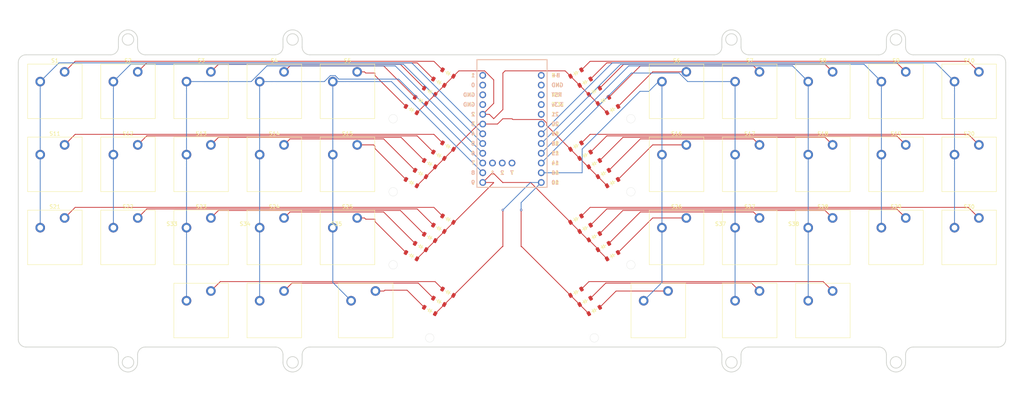
<source format=kicad_pcb>
(kicad_pcb (version 20240108) (generator "pcbnew") (generator_version "8.0")
  (layers (0 "F.Cu" signal) (31 "B.Cu" signal) (34 "B.Paste" user) (35 "F.Paste" user) (36 "B.SilkS" user "B.Silkscreen") (37 "F.SilkS" user "F.Silkscreen") (38 "B.Mask" user) (39 "F.Mask" user) (44 "Edge.Cuts" user))
  (net 0 "")
  (net 1 "Net-(D1-A)")
  (net 2 "Row 0")
  (net 3 "Net-(D2-A)")
  (net 4 "Net-(D3-A)")
  (net 5 "Net-(D4-A)")
  (net 6 "Net-(D5-A)")
  (net 7 "Net-(D6-A)")
  (net 8 "Net-(D7-A)")
  (net 9 "Net-(D8-A)")
  (net 10 "Net-(D9-A)")
  (net 11 "Net-(D10-A)")
  (net 12 "Row 1")
  (net 13 "Net-(D11-A)")
  (net 14 "Net-(D12-A)")
  (net 15 "Net-(D13-A)")
  (net 16 "Net-(D14-A)")
  (net 17 "Net-(D15-A)")
  (net 18 "Net-(D16-A)")
  (net 19 "Net-(D17-A)")
  (net 20 "Net-(D18-A)")
  (net 21 "Net-(D19-A)")
  (net 22 "Net-(D20-A)")
  (net 23 "Net-(D21-A)")
  (net 24 "Row 2")
  (net 25 "Net-(D22-A)")
  (net 26 "Net-(D23-A)")
  (net 27 "Net-(D24-A)")
  (net 28 "Net-(D25-A)")
  (net 29 "Net-(D26-A)")
  (net 30 "Net-(D27-A)")
  (net 31 "Net-(D28-A)")
  (net 32 "Net-(D29-A)")
  (net 33 "Net-(D30-A)")
  (net 34 "Net-(D33-A)")
  (net 35 "Row 3")
  (net 36 "Net-(D34-A)")
  (net 37 "Net-(D35-A)")
  (net 38 "Net-(D36-A)")
  (net 39 "Net-(D37-A)")
  (net 40 "Net-(D38-A)")
  (net 41 "Col 0")
  (net 42 "Col 1")
  (net 43 "Col 2")
  (net 44 "Col 3")
  (net 45 "Col 4")
  (net 46 "Col 5")
  (net 47 "Col 6")
  (net 48 "Col 7")
  (net 49 "Col 8")
  (net 50 "Col 9")
  (footprint "ScottoMX:MX_PCB_1.00u" (layer "F.Cu") (at 85.725 109.5375)
    (property "Reference" "S34")
    (property "Value" "Keyswitch")
  )
  (footprint "ScottoComponents:Diode_SOD-123" (layer "F.Cu") (at 126.20625 52.3875 150)
    (property "Reference" "D3" (hide yes))
    (property "Value" "Diode")
  )
  (footprint "ScottoComponents:Diode_SOD-123" (layer "F.Cu") (at 169.06875 52.3875 30)
    (property "Reference" "D8" (hide yes))
    (property "Value" "Diode")
  )
  (footprint "ScottoMX:MX_PCB_1.00u" (layer "F.Cu") (at 85.725 52.3875)
    (property "Reference" "S4")
    (property "Value" "Keyswitch")
  )
  (footprint "ScottoMX:MX_PCB_1.00u" (layer "F.Cu") (at 209.55 90.4875)
    (property "Reference" "S27")
    (property "Value" "Keyswitch")
  )
  (footprint "ScottoComponents:Diode_SOD-123" (layer "F.Cu") (at 128.5875 107.15625 150)
    (property "Reference" "D34" (hide yes))
    (property "Value" "Diode")
  )
  (footprint "ScottoMX:MX_PCB_1.50u" (layer "F.Cu") (at 185.7375 109.5375)
    (property "Reference" "S36" (hide yes))
    (property "Value" "Keyswitch")
  )
  (footprint "ScottoMX:MX_PCB_1.00u" (layer "F.Cu") (at 247.65 71.4375)
    (property "Reference" "S19")
    (property "Value" "Keyswitch")
  )
  (footprint "ScottoMX:MX_PCB_1.00u" (layer "F.Cu") (at 47.625 90.4875)
    (property "Reference" "S22")
    (property "Value" "Keyswitch")
  )
  (footprint "ScottoMX:MX_PCB_1.00u" (layer "F.Cu") (at 209.55 71.4375)
    (property "Reference" "S17")
    (property "Value" "Keyswitch")
  )
  (footprint "ScottoMX:MX_PCB_1.00u" (layer "F.Cu") (at 47.625 52.3875)
    (property "Reference" "S2")
    (property "Value" "Keyswitch")
  )
  (footprint "ScottoMX:MX_PCB_1.00u" (layer "F.Cu") (at 266.7 90.4875)
    (property "Reference" "S30")
    (property "Value" "Keyswitch")
  )
  (footprint "ScottoComponents:Diode_SOD-123" (layer "F.Cu") (at 171.45 54.76875 30)
    (property "Reference" "D7" (hide yes))
    (property "Value" "Diode")
  )
  (footprint "ScottoComponents:Diode_SOD-123" (layer "F.Cu") (at 164.30625 85.725 30)
    (property "Reference" "D30" (hide yes))
    (property "Value" "Diode")
  )
  (footprint "ScottoMX:MX_PCB_1.00u" (layer "F.Cu") (at 209.55 109.5375)
    (property "Reference" "S37")
    (property "Value" "Keyswitch")
  )
  (footprint "ScottoMX:MX_PCB_1.00u" (layer "F.Cu") (at 266.7 71.4375)
    (property "Reference" "S20")
    (property "Value" "Keyswitch")
  )
  (footprint "ScottoComponents:Diode_SOD-123" (layer "F.Cu") (at 128.5875 50.00625 150)
    (property "Reference" "D2" (hide yes))
    (property "Value" "Diode")
  )
  (footprint "ScottoComponents:Diode_SOD-123" (layer "F.Cu") (at 123.825 92.86875 150)
    (property "Reference" "D24" (hide yes))
    (property "Value" "Diode")
  )
  (footprint "ScottoComponents:Diode_SOD-123" (layer "F.Cu") (at 169.06875 109.5375 30)
    (property "Reference" "D36" (hide yes))
    (property "Value" "Diode")
  )
  (footprint "ScottoComponents:Diode_SOD-123" (layer "F.Cu") (at 126.20625 71.2475 150)
    (property "Reference" "D13" (hide yes))
    (property "Value" "Diode")
  )
  (footprint "ScottoMX:MX_PCB_1.00u" (layer "F.Cu") (at 85.725 71.4375)
    (property "Reference" "S14")
    (property "Value" "Keyswitch")
  )
  (footprint "ScottoMX:MX_PCB_1.00u" (layer "F.Cu") (at 228.6 90.4875)
    (property "Reference" "S28")
    (property "Value" "Keyswitch")
  )
  (footprint "ScottoMX:MX_PCB_1.00u" (layer "F.Cu") (at 104.775 52.3875)
    (property "Reference" "S5")
    (property "Value" "Keyswitch")
  )
  (footprint "ScottoComponents:Diode_SOD-123" (layer "F.Cu") (at 173.83125 95.25 30)
    (property "Reference" "D26" (hide yes))
    (property "Value" "Diode")
  )
  (footprint "ScottoMX:MX_PCB_1.00u" (layer "F.Cu") (at 190.5 52.3875)
    (property "Reference" "S6")
    (property "Value" "Keyswitch")
  )
  (footprint "ScottoComponents:Diode_SOD-123" (layer "F.Cu") (at 171.45 73.81875 30)
    (property "Reference" "D17" (hide yes))
    (property "Value" "Diode")
  )
  (footprint "ScottoMX:MX_PCB_1.00u" (layer "F.Cu") (at 28.575 90.4875)
    (property "Reference" "S21")
    (property "Value" "Keyswitch")
  )
  (footprint "ScottoMX:MX_PCB_1.00u" (layer "F.Cu") (at 66.675 71.4375)
    (property "Reference" "S13")
    (property "Value" "Keyswitch")
  )
  (footprint "ScottoComponents:Diode_SOD-123" (layer "F.Cu") (at 123.825 73.81875 150)
    (property "Reference" "D14" (hide yes))
    (property "Value" "Diode")
  )
  (footprint "ScottoComponents:Diode_SOD-123" (layer "F.Cu") (at 173.83125 57.15 30)
    (property "Reference" "D6" (hide yes))
    (property "Value" "Diode")
  )
  (footprint "ScottoComponents:Diode_SOD-123" (layer "F.Cu") (at 121.44375 76.2 150)
    (property "Reference" "D15" (hide yes))
    (property "Value" "Diode")
  )
  (footprint "ScottoMX:MX_PCB_1.00u" (layer "F.Cu") (at 228.6 71.4375)
    (property "Reference" "S18")
    (property "Value" "Keyswitch")
  )
  (footprint "ScottoComponents:Diode_SOD-123" (layer "F.Cu") (at 164.30625 104.775 30)
    (property "Reference" "D38" (hide yes))
    (property "Value" "Diode")
  )
  (footprint "ScottoComponents:Diode_SOD-123" (layer "F.Cu") (at 123.825 54.76875 150)
    (property "Reference" "D4" (hide yes))
    (property "Value" "Diode" (hide yes))
  )
  (footprint "ScottoMX:MX_PCB_1.00u" (layer "F.Cu") (at 66.675 90.4875)
    (property "Reference" "S23")
    (property "Value" "Keyswitch")
  )
  (footprint "ScottoMX:MX_PCB_1.00u" (layer "F.Cu") (at 247.65 90.4875)
    (property "Reference" "S29")
    (property "Value" "Keyswitch")
  )
  (footprint "ScottoComponents:Diode_SOD-123" (layer "F.Cu") (at 121.44375 57.15 150)
    (property "Reference" "D5" (hide yes))
    (property "Value" "Diode")
  )
  (footprint "ScottoComponents:Diode_SOD-123" (layer "F.Cu") (at 126.20625 109.5375 150)
    (property "Reference" "D35" (hide yes))
    (property "Value" "Diode")
  )
  (footprint "ScottoComponents:Diode_SOD-123" (layer "F.Cu") (at 171.45 92.86875 30)
    (property "Reference" "D27" (hide yes))
    (property "Value" "Diode")
  )
  (footprint "ScottoComponents:Diode_SOD-123" (layer "F.Cu") (at 164.30625 47.625 30)
    (property "Reference" "D10" (hide yes))
    (property "Value" "Diode")
  )
  (footprint "ScottoMX:MX_PCB_1.00u" (layer "F.Cu") (at 28.575 71.4375)
    (property "Reference" "S11")
    (property "Value" "Keyswitch")
  )
  (footprint "ScottoComponents:Diode_SOD-123" (layer "F.Cu") (at 128.5875 88.10625 150)
    (property "Reference" "D22" (hide yes))
    (property "Value" "Diode")
  )
  (footprint "ScottoMX:MX_PCB_1.00u" (layer "F.Cu") (at 266.7 52.3875)
    (property "Reference" "S10")
    (property "Value" "Keyswitch")
  )
  (footprint "ScottoMX:MX_PCB_1.00u" (layer "F.Cu") (at 47.625 71.4375)
    (property "Reference" "S12")
    (property "Value" "Keyswitch")
  )
  (footprint "ScottoComponents:Diode_SOD-123" (layer "F.Cu") (at 130.96875 47.625 150)
    (property "Reference" "D1" (hide yes))
    (property "Value" "Diode")
  )
  (footprint "ScottoMX:MX_PCB_1.00u" (layer "F.Cu") (at 104.775 71.4375)
    (property "Reference" "S15")
    (property "Value" "Keyswitch")
  )
  (footprint "ScottoMX:MX_PCB_1.00u" (layer "F.Cu") (at 228.6 52.3875)
    (property "Reference" "S8")
    (property "Value" "Keyswitch")
  )
  (footprint "ScottoMX:MX_PCB_1.00u" (layer "F.Cu") (at 28.575 52.3875)
    (property "Reference" "S1")
    (property "Value" "Keyswitch")
  )
  (footprint "ScottoMX:MX_PCB_1.00u" (layer "F.Cu") (at 190.5 71.4375)
    (property "Reference" "S16")
    (property "Value" "Keyswitch")
  )
  (footprint "ScottoMX:MX_PCB_1.00u" (layer "F.Cu") (at 190.5 90.4875)
    (property "Reference" "S26")
    (property "Value" "Keyswitch")
  )
  (footprint "ScottoComponents:Diode_SOD-123" (layer "F.Cu") (at 164.30625 66.675 30)
    (property "Reference" "D20" (hide yes))
    (property "Value" "Diode")
  )
  (footprint "ScottoComponents:Diode_SOD-123" (layer "F.Cu") (at 130.96875 85.725 150)
    (property "Reference" "D21" (hide yes))
    (property "Value" "Diode")
  )
  (footprint "ScottoMX:MX_PCB_1.00u" (layer "F.Cu") (at 247.65 52.3875)
    (property "Reference" "S9")
    (property "Value" "Keyswitch")
  )
  (footprint "ScottoComponents:Diode_SOD-123" (layer "F.Cu") (at 130.96875 66.675 150)
    (property "Reference" "D11" (hide yes))
    (property "Value" "Diode")
  )
  (footprint "ScottoComponents:Diode_SOD-123" (layer "F.Cu") (at 166.6875 69.05625 30)
    (property "Reference" "D19" (hide yes))
    (property "Value" "Diode")
  )
  (footprint "ScottoComponents:Diode_SOD-123" (layer "F.Cu") (at 166.6875 88.10625 30)
    (property "Reference" "D29" (hide yes))
    (property "Value" "Diode")
  )
  (footprint "ScottoComponents:Diode_SOD-123" (layer "F.Cu") (at 173.83125 76.2 30)
    (property "Reference" "D16" (hide yes))
    (property "Value" "Diode")
  )
  (footprint "LOGO" (layer "F.Cu") (at 147.6375 107.15625)
    (property "Reference" "G***" (hide yes))
    (property "Value" "LOGO" (hide yes))
  )
  (footprint "ScottoComponents:Diode_SOD-123" (layer "F.Cu") (at 166.6875 107.15625 30)
    (property "Reference" "D37" (hide yes))
    (property "Value" "Diode")
  )
  (footprint "ScottoComponents:Diode_SOD-123" (layer "F.Cu") (at 130.96875 104.775 150)
    (property "Reference" "D33" (hide yes))
    (property "Value" "Diode")
  )
  (footprint "ScottoComponents:Diode_SOD-123" (layer "F.Cu") (at 166.6875 50.00625 30)
    (property "Reference" "D9" (hide yes))
    (property "Value" "Diode")
  )
  (footprint "ScottoMCU:Nice_Nano_V2" (layer "F.Cu") (at 147.6375 61.9125)
    (property "Reference" "U1" (hide yes))
    (property "Value" "Nice_Nano_V2" (hide yes))
  )
  (footprint "ScottoMX:MX_PCB_1.00u" (layer "F.Cu") (at 66.675 109.5375)
    (property "Reference" "S33")
    (property "Value" "Keyswitch")
  )
  (footprint "ScottoMX:MX_PCB_1.50u" (layer "F.Cu") (at 109.5375 109.5375)
    (property "Reference" "S35")
    (property "Value" "Keyswitch")
  )
  (footprint "ScottoMX:MX_PCB_1.00u" (layer "F.Cu") (at 209.55 52.3875)
    (property "Reference" "S7")
    (property "Value" "Keyswitch")
  )
  (footprint "ScottoComponents:Diode_SOD-123" (layer "F.Cu") (at 169.06875 90.2975 30)
    (property "Reference" "D28" (hide yes))
    (property "Value" "Diode")
  )
  (footprint "ScottoMX:MX_PCB_1.00u" (layer "F.Cu") (at 85.725 90.4875)
    (property "Reference" "S24")
    (property "Value" "Keyswitch")
  )
  (footprint "ScottoComponents:Diode_SOD-123" (layer "F.Cu") (at 169.06875 71.2475 30)
    (property "Reference" "D18" (hide yes))
    (property "Value" "Diode")
  )
  (footprint "ScottoComponents:Diode_SOD-123" (layer "F.Cu") (at 128.5875 69.05625 150)
    (property "Reference" "D12" (hide yes))
    (property "Value" "Diode")
  )
  (footprint "ScottoMX:MX_PCB_1.00u" (layer "F.Cu") (at 66.675 52.3875)
    (property "Reference" "S3")
    (property "Value" "Keyswitch")
  )
  (footprint "ScottoMX:MX_PCB_1.00u" (layer "F.Cu") (at 228.6 109.5375)
    (property "Reference" "S38")
    (property "Value" "Keyswitch")
  )
  (footprint "ScottoComponents:Diode_SOD-123" (layer "F.Cu") (at 121.44375 95.25 150)
    (property "Reference" "D25" (hide yes))
    (property "Value" "Diode")
  )
  (footprint "ScottoComponents:Diode_SOD-123" (layer "F.Cu") (at 126.20625 90.4875 150)
    (property "Reference" "D23" (hide yes))
    (property "Value" "Diode")
  )
  (footprint "ScottoMX:MX_PCB_1.00u" (layer "F.Cu") (at 104.775 90.4875)
    (property "Reference" "S25")
    (property "Value" "Keyswitch")
  )
  (gr_circle (center 247.65 38.8625) (end 249.15 38.8625) (stroke (width 0.2)) (fill none) (layer "Edge.Cuts"))
  (gr_arc (start 209.2875 42.8625) (mid 207.873286 42.276714) (end 207.2875 40.8625) (stroke (width 0.2)) (layer "Edge.Cuts"))
  (gr_line (start 87.9875 121.0625) (end 87.9875 123.0625) (stroke (width 0.2)) (layer "Edge.Cuts"))
  (gr_circle (center 178.59375 97.63125) (end 179.61875 98.08125) (stroke (width 0.05)) (fill none) (layer "Edge.Cuts"))
  (gr_arc (start 43.125 119.0625) (mid 44.539214 119.648286) (end 45.125 121.0625) (stroke (width 0.2)) (layer "Edge.Cuts"))
  (gr_arc (start 243.15 119.0625) (mid 244.564243 119.648257) (end 245.15 121.0625) (stroke (width 0.2)) (layer "Edge.Cuts"))
  (gr_line (start 245.15 121.0625) (end 245.15 123.0625) (stroke (width 0.2)) (layer "Edge.Cuts"))
  (gr_arc (start 245.15 38.8625) (mid 247.65 36.3625) (end 250.15 38.8625) (stroke (width 0.2)) (layer "Edge.Cuts"))
  (gr_line (start 21.05 119.0625) (end 43.125 119.0625) (stroke (width 0.2)) (layer "Edge.Cuts"))
  (gr_arc (start 87.9875 40.8625) (mid 87.401714 42.276714) (end 85.9875 42.8625) (stroke (width 0.2)) (layer "Edge.Cuts"))
  (gr_line (start 209.2875 119.0625) (end 243.15 119.0625) (stroke (width 0.2)) (layer "Edge.Cuts"))
  (gr_arc (start 94.9875 42.8625) (mid 93.573286 42.276714) (end 92.9875 40.8625) (stroke (width 0.2)) (layer "Edge.Cuts"))
  (gr_line (start 94.9875 119.0625) (end 200.2875 119.0625) (stroke (width 0.2)) (layer "Edge.Cuts"))
  (gr_circle (center 169.06875 116.68125) (end 170.09375 117.13125) (stroke (width 0.05)) (fill none) (layer "Edge.Cuts"))
  (gr_arc (start 45.125 40.8625) (mid 44.539214 42.276714) (end 43.125 42.8625) (stroke (width 0.2)) (layer "Edge.Cuts"))
  (gr_line (start 245.15 38.8625) (end 245.15 40.8625) (stroke (width 0.2)) (layer "Edge.Cuts"))
  (gr_arc (start 87.9875 38.8625) (mid 90.4875 36.3625) (end 92.9875 38.8625) (stroke (width 0.2)) (layer "Edge.Cuts"))
  (gr_circle (center 178.59375 59.53125) (end 179.61875 59.98125) (stroke (width 0.05)) (fill none) (layer "Edge.Cuts"))
  (gr_arc (start 85.9875 119.0625) (mid 87.401714 119.648286) (end 87.9875 121.0625) (stroke (width 0.2)) (layer "Edge.Cuts"))
  (gr_line (start 45.125 121.0625) (end 45.125 123.0625) (stroke (width 0.2)) (layer "Edge.Cuts"))
  (gr_arc (start 45.125 38.8625) (mid 47.625 36.3625) (end 50.125 38.8625) (stroke (width 0.2)) (layer "Edge.Cuts"))
  (gr_circle (center 247.65 123.0625) (end 249.15 123.0625) (stroke (width 0.2)) (fill none) (layer "Edge.Cuts"))
  (gr_line (start 19.05 44.8625) (end 19.05 117.0625) (stroke (width 0.2)) (layer "Edge.Cuts"))
  (gr_circle (center 90.4875 38.8625) (end 91.9875 38.8625) (stroke (width 0.2)) (fill none) (layer "Edge.Cuts"))
  (gr_line (start 85.9875 42.8625) (end 52.125 42.8625) (stroke (width 0.2)) (layer "Edge.Cuts"))
  (gr_arc (start 21.05 119.0625) (mid 19.635786 118.476714) (end 19.05 117.0625) (stroke (width 0.2)) (layer "Edge.Cuts"))
  (gr_line (start 274.225 42.8625) (end 252.15 42.8625) (stroke (width 0.2)) (layer "Edge.Cuts"))
  (gr_circle (center 116.68125 78.58125) (end 117.70625 79.03125) (stroke (width 0.05)) (fill none) (layer "Edge.Cuts"))
  (gr_arc (start 92.9875 123.0625) (mid 90.4875 125.5625) (end 87.9875 123.0625) (stroke (width 0.2)) (layer "Edge.Cuts"))
  (gr_line (start 207.2875 123.0625) (end 207.2875 121.0625) (stroke (width 0.2)) (layer "Edge.Cuts"))
  (gr_arc (start 250.15 123.0625) (mid 247.65 125.5625) (end 245.15 123.0625) (stroke (width 0.2)) (layer "Edge.Cuts"))
  (gr_arc (start 274.225 42.8625) (mid 275.639243 43.448257) (end 276.225 44.8625) (stroke (width 0.2)) (layer "Edge.Cuts"))
  (gr_arc (start 250.15 121.0625) (mid 250.735786 119.648286) (end 252.15 119.0625) (stroke (width 0.2)) (layer "Edge.Cuts"))
  (gr_arc (start 245.15 40.8625) (mid 244.564214 42.276714) (end 243.15 42.8625) (stroke (width 0.2)) (layer "Edge.Cuts"))
  (gr_line (start 52.125 119.0625) (end 85.9875 119.0625) (stroke (width 0.2)) (layer "Edge.Cuts"))
  (gr_circle (center 116.68125 97.63125) (end 117.70625 98.08125) (stroke (width 0.05)) (fill none) (layer "Edge.Cuts"))
  (gr_circle (center 126.20625 116.68125) (end 127.23125 117.13125) (stroke (width 0.05)) (fill none) (layer "Edge.Cuts"))
  (gr_circle (center 47.625 123.0625) (end 49.125 123.0625) (stroke (width 0.2)) (fill none) (layer "Edge.Cuts"))
  (gr_line (start 207.2875 40.8625) (end 207.2875 38.8625) (stroke (width 0.2)) (layer "Edge.Cuts"))
  (gr_circle (center 47.625 38.8625) (end 49.125 38.8625) (stroke (width 0.2)) (fill none) (layer "Edge.Cuts"))
  (gr_arc (start 202.2875 38.8625) (mid 204.7875 36.3625) (end 207.2875 38.8625) (stroke (width 0.2)) (layer "Edge.Cuts"))
  (gr_arc (start 252.15 42.8625) (mid 250.735816 42.276684) (end 250.15 40.8625) (stroke (width 0.2)) (layer "Edge.Cuts"))
  (gr_line (start 276.225 117.0625) (end 276.225 44.8625) (stroke (width 0.2)) (layer "Edge.Cuts"))
  (gr_circle (center 204.7875 123.0625) (end 206.2875 123.0625) (stroke (width 0.2)) (fill none) (layer "Edge.Cuts"))
  (gr_arc (start 92.9875 121.0625) (mid 93.573286 119.648286) (end 94.9875 119.0625) (stroke (width 0.2)) (layer "Edge.Cuts"))
  (gr_line (start 202.2875 38.8625) (end 202.2875 40.8625) (stroke (width 0.2)) (layer "Edge.Cuts"))
  (gr_line (start 252.15 119.0625) (end 274.225 119.0625) (stroke (width 0.2)) (layer "Edge.Cuts"))
  (gr_arc (start 207.2875 121.0625) (mid 207.873286 119.648286) (end 209.2875 119.0625) (stroke (width 0.2)) (layer "Edge.Cuts"))
  (gr_line (start 43.125 42.8625) (end 21.05 42.8625) (stroke (width 0.2)) (layer "Edge.Cuts"))
  (gr_arc (start 276.225 117.0625) (mid 275.639214 118.476714) (end 274.225 119.0625) (stroke (width 0.2)) (layer "Edge.Cuts"))
  (gr_circle (center 90.4875 123.0625) (end 91.9875 123.0625) (stroke (width 0.2)) (fill none) (layer "Edge.Cuts"))
  (gr_arc (start 19.05 44.8625) (mid 19.635786 43.448286) (end 21.05 42.8625) (stroke (width 0.2)) (layer "Edge.Cuts"))
  (gr_line (start 202.2875 121.0625) (end 202.2875 123.0625) (stroke (width 0.2)) (layer "Edge.Cuts"))
  (gr_line (start 250.15 123.0625) (end 250.15 121.0625) (stroke (width 0.2)) (layer "Edge.Cuts"))
  (gr_arc (start 52.125 42.8625) (mid 50.710786 42.276714) (end 50.125 40.8625) (stroke (width 0.2)) (layer "Edge.Cuts"))
  (gr_line (start 45.125 38.8625) (end 45.125 40.8625) (stroke (width 0.2)) (layer "Edge.Cuts"))
  (gr_arc (start 202.2875 40.8625) (mid 201.701714 42.276714) (end 200.2875 42.8625) (stroke (width 0.2)) (layer "Edge.Cuts"))
  (gr_line (start 50.125 123.0625) (end 50.125 121.0625) (stroke (width 0.2)) (layer "Edge.Cuts"))
  (gr_line (start 200.2875 42.8625) (end 94.9875 42.8625) (stroke (width 0.2)) (layer "Edge.Cuts"))
  (gr_line (start 92.9875 40.8625) (end 92.9875 38.8625) (stroke (width 0.2)) (layer "Edge.Cuts"))
  (gr_line (start 87.9875 38.8625) (end 87.9875 40.8625) (stroke (width 0.2)) (layer "Edge.Cuts"))
  (gr_line (start 250.15 40.8625) (end 250.15 38.8625) (stroke (width 0.2)) (layer "Edge.Cuts"))
  (gr_arc (start 200.2875 119.0625) (mid 201.701714 119.648286) (end 202.2875 121.0625) (stroke (width 0.2)) (layer "Edge.Cuts"))
  (gr_arc (start 50.125 123.0625) (mid 47.625 125.5625) (end 45.125 123.0625) (stroke (width 0.2)) (layer "Edge.Cuts"))
  (gr_line (start 243.15 42.8625) (end 209.2875 42.8625) (stroke (width 0.2)) (layer "Edge.Cuts"))
  (gr_circle (center 116.68125 59.53125) (end 117.70625 59.98125) (stroke (width 0.05)) (fill none) (layer "Edge.Cuts"))
  (gr_line (start 50.125 40.8625) (end 50.125 38.8625) (stroke (width 0.2)) (layer "Edge.Cuts"))
  (gr_circle (center 178.59375 78.58125) (end 179.61875 79.03125) (stroke (width 0.05)) (fill none) (layer "Edge.Cuts"))
  (gr_arc (start 50.125 121.0625) (mid 50.710786 119.648286) (end 52.125 119.0625) (stroke (width 0.2)) (layer "Edge.Cuts"))
  (gr_arc (start 207.2875 123.0625) (mid 204.7875 125.5625) (end 202.2875 123.0625) (stroke (width 0.2)) (layer "Edge.Cuts"))
  (gr_circle (center 204.7875 38.8625) (end 206.2875 38.8625) (stroke (width 0.2)) (fill none) (layer "Edge.Cuts"))
  (gr_line (start 92.9875 123.0625) (end 92.9875 121.0625) (stroke (width 0.2)) (layer "Edge.Cuts"))
  (segment (start 129.539808 46.8) (end 127.297308 44.5575) (width 0.2) (layer "F.Cu") (net 1))
  (segment (start 33.865 44.5575) (end 31.115 47.3075) (width 0.2) (layer "F.Cu") (net 1))
  (segment (start 127.297308 44.5575) (end 33.865 44.5575) (width 0.2) (layer "F.Cu") (net 1))
  (segment (start 142.875 55.525) (end 140.0175 58.3825) (width 0.2) (layer "F.Cu") (net 2))
  (segment (start 170.021058 55.59375) (end 172.402308 57.975) (width 0.2) (layer "F.Cu") (net 2))
  (segment (start 167.639808 53.2125) (end 170.021058 55.59375) (width 0.2) (layer "F.Cu") (net 2))
  (segment (start 132.397692 48.45) (end 133.801492 47.0462) (width 0.2) (layer "F.Cu") (net 2))
  (segment (start 162.877308 48.45) (end 165.258558 50.83125) (width 0.2) (layer "F.Cu") (net 2))
  (segment (start 142.875 49.41646) (end 142.875 55.525) (width 0.2) (layer "F.Cu") (net 2))
  (segment (start 145.25625 47.625) (end 145.25625 57.15) (width 0.2) (layer "F.Cu") (net 2))
  (segment (start 165.258558 50.83125) (end 167.639808 53.2125) (width 0.2) (layer "F.Cu") (net 2))
  (segment (start 161.473508 47.0462) (end 145.83505 47.0462) (width 0.2) (layer "F.Cu") (net 2))
  (segment (start 141.72625 58.3825) (end 140.0175 58.3825) (width 0.2) (layer "F.Cu") (net 2))
  (segment (start 145.83505 47.0462) (end 145.25625 47.625) (width 0.2) (layer "F.Cu") (net 2))
  (segment (start 142.875 59.53125) (end 141.72625 58.3825) (width 0.2) (layer "F.Cu") (net 2))
  (segment (start 145.25625 57.15) (end 142.875 59.53125) (width 0.2) (layer "F.Cu") (net 2))
  (segment (start 130.016442 50.83125) (end 132.397692 48.45) (width 0.2) (layer "F.Cu") (net 2))
  (segment (start 133.801492 47.0462) (end 140.50474 47.0462) (width 0.2) (layer "F.Cu") (net 2))
  (segment (start 140.50474 47.0462) (end 142.875 49.41646) (width 0.2) (layer "F.Cu") (net 2))
  (segment (start 127.635192 53.2125) (end 130.016442 50.83125) (width 0.2) (layer "F.Cu") (net 2))
  (segment (start 162.877308 48.45) (end 161.473508 47.0462) (width 0.2) (layer "F.Cu") (net 2))
  (segment (start 122.872692 57.975) (end 125.253942 55.59375) (width 0.2) (layer "F.Cu") (net 2))
  (segment (start 125.253942 55.59375) (end 127.635192 53.2125) (width 0.2) (layer "F.Cu") (net 2))
  (segment (start 122.934808 44.9575) (end 52.515 44.9575) (width 0.2) (layer "F.Cu") (net 3))
  (segment (start 127.158558 49.18125) (end 122.934808 44.9575) (width 0.2) (layer "F.Cu") (net 3))
  (segment (start 52.515 44.9575) (end 50.165 47.3075) (width 0.2) (layer "F.Cu") (net 3))
  (segment (start 118.572308 45.3575) (end 71.165 45.3575) (width 0.2) (layer "F.Cu") (net 4))
  (segment (start 124.777308 51.5625) (end 118.572308 45.3575) (width 0.2) (layer "F.Cu") (net 4))
  (segment (start 71.165 45.3575) (end 69.215 47.3075) (width 0.2) (layer "F.Cu") (net 4))
  (segment (start 122.396058 53.94375) (end 114.209808 45.7575) (width 0.2) (layer "F.Cu") (net 5))
  (segment (start 89.815 45.7575) (end 88.265 47.3075) (width 0.2) (layer "F.Cu") (net 5))
  (segment (start 114.209808 45.7575) (end 89.815 45.7575) (width 0.2) (layer "F.Cu") (net 5))
  (segment (start 111.91875 47.625) (end 109.5375 47.625) (width 0.2) (layer "F.Cu") (net 6))
  (segment (start 120.014808 56.325) (end 111.91875 48.228942) (width 0.2) (layer "F.Cu") (net 6))
  (segment (start 109.22 47.3075) (end 107.315 47.3075) (width 0.2) (layer "F.Cu") (net 6))
  (segment (start 109.5375 47.625) (end 109.22 47.3075) (width 0.2) (layer "F.Cu") (net 6))
  (segment (start 111.91875 48.228942) (end 111.91875 47.625) (width 0.2) (layer "F.Cu") (net 6))
  (segment (start 184.277692 47.3075) (end 193.04 47.3075) (width 0.2) (layer "F.Cu") (net 7))
  (segment (start 175.260192 56.325) (end 184.277692 47.3075) (width 0.2) (layer "F.Cu") (net 7))
  (segment (start 172.878942 53.94375) (end 181.065192 45.7575) (width 0.2) (layer "F.Cu") (net 8))
  (segment (start 181.065192 45.7575) (end 210.54 45.7575) (width 0.2) (layer "F.Cu") (net 8))
  (segment (start 210.54 45.7575) (end 212.09 47.3075) (width 0.2) (layer "F.Cu") (net 8))
  (segment (start 170.497692 51.5625) (end 176.702692 45.3575) (width 0.2) (layer "F.Cu") (net 9))
  (segment (start 176.702692 45.3575) (end 229.19 45.3575) (width 0.2) (layer "F.Cu") (net 9))
  (segment (start 229.19 45.3575) (end 231.14 47.3075) (width 0.2) (layer "F.Cu") (net 9))
  (segment (start 168.116442 49.18125) (end 172.340192 44.9575) (width 0.2) (layer "F.Cu") (net 10))
  (segment (start 172.340192 44.9575) (end 247.84 44.9575) (width 0.2) (layer "F.Cu") (net 10))
  (segment (start 247.84 44.9575) (end 250.19 47.3075) (width 0.2) (layer "F.Cu") (net 10))
  (segment (start 266.49 44.5575) (end 269.24 47.3075) (width 0.2) (layer "F.Cu") (net 11))
  (segment (start 165.735192 46.8) (end 167.977692 44.5575) (width 0.2) (layer "F.Cu") (net 11))
  (segment (start 167.977692 44.5575) (end 266.49 44.5575) (width 0.2) (layer "F.Cu") (net 11))
  (segment (start 138.975192 60.9225) (end 140.0175 60.9225) (width 0.2) (layer "F.Cu") (net 12))
  (segment (start 165.258558 69.88125) (end 162.877308 67.5) (width 0.2) (layer "F.Cu") (net 12))
  (segment (start 170.021058 74.64375) (end 167.639808 72.2625) (width 0.2) (layer "F.Cu") (net 12))
  (segment (start 145.25625 59.53125) (end 143.865 60.9225) (width 0.2) (layer "F.Cu") (net 12))
  (segment (start 156.65 61.275) (end 156.65 60.65146) (width 0.2) (layer "F.Cu") (net 12))
  (segment (start 155.74474 59.7462) (end 147.85245 59.7462) (width 0.2) (layer "F.Cu") (net 12))
  (segment (start 132.397692 67.5) (end 138.975192 60.9225) (width 0.2) (layer "F.Cu") (net 12))
  (segment (start 167.449808 72.0725) (end 167.639808 72.0725) (width 0.2) (layer "F.Cu") (net 12))
  (segment (start 167.639808 72.2625) (end 167.639808 72.0725) (width 0.2) (layer "F.Cu") (net 12))
  (segment (start 156.65 60.65146) (end 155.74474 59.7462) (width 0.2) (layer "F.Cu") (net 12))
  (segment (start 162.877308 67.5) (end 156.652308 61.275) (width 0.2) (layer "F.Cu") (net 12))
  (segment (start 165.258558 69.88125) (end 167.449808 72.0725) (width 0.2) (layer "F.Cu") (net 12))
  (segment (start 132.397692 67.5) (end 130.016442 69.88125) (width 0.2) (layer "F.Cu") (net 12))
  (segment (start 127.825192 72.0725) (end 127.635192 72.0725) (width 0.2) (layer "F.Cu") (net 12))
  (segment (start 147.85245 59.7462) (end 147.6375 59.53125) (width 0.2) (layer "F.Cu") (net 12))
  (segment (start 125.253942 74.64375) (end 127.635192 72.2625) (width 0.2) (layer "F.Cu") (net 12))
  (segment (start 156.652308 61.275) (end 156.65 61.275) (width 0.2) (layer "F.Cu") (net 12))
  (segment (start 127.635192 72.2625) (end 127.635192 72.0725) (width 0.2) (layer "F.Cu") (net 12))
  (segment (start 143.865 60.9225) (end 140.0175 60.9225) (width 0.2) (layer "F.Cu") (net 12))
  (segment (start 130.016442 69.88125) (end 127.825192 72.0725) (width 0.2) (layer "F.Cu") (net 12))
  (segment (start 172.402308 77.025) (end 170.021058 74.64375) (width 0.2) (layer "F.Cu") (net 12))
  (segment (start 125.253942 74.64375) (end 122.872692 77.025) (width 0.2) (layer "F.Cu") (net 12))
  (segment (start 147.6375 59.53125) (end 145.25625 59.53125) (width 0.2) (layer "F.Cu") (net 12))
  (segment (start 129.539808 65.85) (end 127.297308 63.6075) (width 0.2) (layer "F.Cu") (net 13))
  (segment (start 127.297308 63.6075) (end 33.865 63.6075) (width 0.2) (layer "F.Cu") (net 13))
  (segment (start 33.865 63.6075) (end 31.115 66.3575) (width 0.2) (layer "F.Cu") (net 13))
  (segment (start 52.515 64.0075) (end 50.165 66.3575) (width 0.2) (layer "F.Cu") (net 14))
  (segment (start 122.934808 64.0075) (end 52.515 64.0075) (width 0.2) (layer "F.Cu") (net 14))
  (segment (start 127.158558 68.23125) (end 122.934808 64.0075) (width 0.2) (layer "F.Cu") (net 14))
  (segment (start 124.777308 70.4225) (end 118.762308 64.4075) (width 0.2) (layer "F.Cu") (net 15))
  (segment (start 71.165 64.4075) (end 69.215 66.3575) (width 0.2) (layer "F.Cu") (net 15))
  (segment (start 118.762308 64.4075) (end 71.165 64.4075) (width 0.2) (layer "F.Cu") (net 15))
  (segment (start 122.396058 72.99375) (end 114.209808 64.8075) (width 0.2) (layer "F.Cu") (net 16))
  (segment (start 114.209808 64.8075) (end 89.815 64.8075) (width 0.2) (layer "F.Cu") (net 16))
  (segment (start 89.815 64.8075) (end 88.265 66.3575) (width 0.2) (layer "F.Cu") (net 16))
  (segment (start 120.014808 75.375) (end 111.91875 67.278942) (width 0.2) (layer "F.Cu") (net 17))
  (segment (start 111.91875 67.278942) (end 111.91875 66.675) (width 0.2) (layer "F.Cu") (net 17))
  (segment (start 111.60125 66.3575) (end 107.315 66.3575) (width 0.2) (layer "F.Cu") (net 17))
  (segment (start 111.91875 66.675) (end 111.60125 66.3575) (width 0.2) (layer "F.Cu") (net 17))
  (segment (start 184.277692 66.3575) (end 193.04 66.3575) (width 0.2) (layer "F.Cu") (net 18))
  (segment (start 175.260192 75.375) (end 184.277692 66.3575) (width 0.2) (layer "F.Cu") (net 18))
  (segment (start 181.065192 64.8075) (end 210.54 64.8075) (width 0.2) (layer "F.Cu") (net 19))
  (segment (start 172.878942 72.99375) (end 181.065192 64.8075) (width 0.2) (layer "F.Cu") (net 19))
  (segment (start 210.54 64.8075) (end 212.09 66.3575) (width 0.2) (layer "F.Cu") (net 19))
  (segment (start 176.512692 64.4075) (end 229.19 64.4075) (width 0.2) (layer "F.Cu") (net 20))
  (segment (start 170.497692 70.4225) (end 176.512692 64.4075) (width 0.2) (layer "F.Cu") (net 20))
  (segment (start 229.19 64.4075) (end 231.14 66.3575) (width 0.2) (layer "F.Cu") (net 20))
  (segment (start 168.116442 68.23125) (end 172.340192 64.0075) (width 0.2) (layer "F.Cu") (net 21))
  (segment (start 247.84 64.0075) (end 250.19 66.3575) (width 0.2) (layer "F.Cu") (net 21))
  (segment (start 172.340192 64.0075) (end 247.84 64.0075) (width 0.2) (layer "F.Cu") (net 21))
  (segment (start 165.735192 65.85) (end 167.977692 63.6075) (width 0.2) (layer "F.Cu") (net 22))
  (segment (start 167.977692 63.6075) (end 266.49 63.6075) (width 0.2) (layer "F.Cu") (net 22))
  (segment (start 266.49 63.6075) (end 269.24 66.3575) (width 0.2) (layer "F.Cu") (net 22))
  (segment (start 33.865 82.6575) (end 31.115 85.4075) (width 0.2) (layer "F.Cu") (net 23))
  (segment (start 129.539808 84.9) (end 127.297308 82.6575) (width 0.2) (layer "F.Cu") (net 23))
  (segment (start 127.297308 82.6575) (end 33.865 82.6575) (width 0.2) (layer "F.Cu") (net 23))
  (segment (start 167.639808 91.1225) (end 170.021058 93.50375) (width 0.2) (layer "F.Cu") (net 24))
  (segment (start 170.021058 93.69375) (end 172.402308 96.075) (width 0.2) (layer "F.Cu") (net 24))
  (segment (start 127.635192 91.3125) (end 130.016442 88.93125) (width 0.2) (layer "F.Cu") (net 24))
  (segment (start 130.016442 88.93125) (end 132.397692 86.55) (width 0.2) (layer "F.Cu") (net 24))
  (segment (start 152.489808 76.1625) (end 145.29375 76.1625) (width 0.2) (layer "F.Cu") (net 24))
  (segment (start 145.29375 76.1625) (end 145.25625 76.2) (width 0.2) (layer "F.Cu") (net 24))
  (segment (start 145.25625 76.2) (end 142.875 73.81875) (width 0.2) (layer "F.Cu") (net 24))
  (segment (start 125.253942 93.69375) (end 127.635192 91.3125) (width 0.2) (layer "F.Cu") (net 24))
  (segment (start 162.877308 86.55) (end 152.489808 76.1625) (width 0.2) (layer "F.Cu") (net 24))
  (segment (start 167.449808 91.1225) (end 167.639808 91.1225) (width 0.2) (layer "F.Cu") (net 24))
  (segment (start 142.875 73.81875) (end 142.36125 73.81875) (width 0.2) (layer "F.Cu") (net 24))
  (segment (start 170.021058 93.50375) (end 170.021058 93.69375) (width 0.2) (layer "F.Cu") (net 24))
  (segment (start 142.875 76.2) (end 142.8375 76.1625) (width 0.2) (layer "F.Cu") (net 24))
  (segment (start 122.872692 96.075) (end 125.253942 93.69375) (width 0.2) (layer "F.Cu") (net 24))
  (segment (start 132.525 86.55) (end 142.875 76.2) (width 0.2) (layer "F.Cu") (net 24))
  (segment (start 132.397692 86.55) (end 132.525 86.55) (width 0.2) (layer "F.Cu") (net 24))
  (segment (start 165.258558 88.93125) (end 167.449808 91.1225) (width 0.2) (layer "F.Cu") (net 24))
  (segment (start 162.877308 86.55) (end 165.258558 88.93125) (width 0.2) (layer "F.Cu") (net 24))
  (segment (start 142.36125 73.81875) (end 140.0175 76.1625) (width 0.2) (layer "F.Cu") (net 24))
  (segment (start 142.8375 76.1625) (end 140.0175 76.1625) (width 0.2) (layer "F.Cu") (net 24))
  (segment (start 122.934808 83.0575) (end 52.515 83.0575) (width 0.2) (layer "F.Cu") (net 25))
  (segment (start 52.515 83.0575) (end 50.165 85.4075) (width 0.2) (layer "F.Cu") (net 25))
  (segment (start 127.158558 87.28125) (end 122.934808 83.0575) (width 0.2) (layer "F.Cu") (net 25))
  (segment (start 71.165 83.4575) (end 69.215 85.4075) (width 0.2) (layer "F.Cu") (net 26))
  (segment (start 118.572308 83.4575) (end 71.165 83.4575) (width 0.2) (layer "F.Cu") (net 26))
  (segment (start 124.777308 89.6625) (end 118.572308 83.4575) (width 0.2) (layer "F.Cu") (net 26))
  (segment (start 122.396058 92.04375) (end 114.209808 83.8575) (width 0.2) (layer "F.Cu") (net 27))
  (segment (start 114.209808 83.8575) (end 89.815 83.8575) (width 0.2) (layer "F.Cu") (net 27))
  (segment (start 89.815 83.8575) (end 88.265 85.4075) (width 0.2) (layer "F.Cu") (net 27))
  (segment (start 111.91875 85.725) (end 109.5375 85.725) (width 0.2) (layer "F.Cu") (net 28))
  (segment (start 111.91875 86.328942) (end 111.91875 85.725) (width 0.2) (layer "F.Cu") (net 28))
  (segment (start 109.5375 85.725) (end 109.22 85.4075) (width 0.2) (layer "F.Cu") (net 28))
  (segment (start 109.22 85.4075) (end 107.315 85.4075) (width 0.2) (layer "F.Cu") (net 28))
  (segment (start 120.014808 94.425) (end 111.91875 86.328942) (width 0.2) (layer "F.Cu") (net 28))
  (segment (start 175.260192 94.425) (end 184.277692 85.4075) (width 0.2) (layer "F.Cu") (net 29))
  (segment (start 184.277692 85.4075) (end 193.04 85.4075) (width 0.2) (layer "F.Cu") (net 29))
  (segment (start 172.878942 92.04375) (end 181.065192 83.8575) (width 0.2) (layer "F.Cu") (net 30))
  (segment (start 210.54 83.8575) (end 212.09 85.4075) (width 0.2) (layer "F.Cu") (net 30))
  (segment (start 181.065192 83.8575) (end 210.54 83.8575) (width 0.2) (layer "F.Cu") (net 30))
  (segment (start 229.19 83.4575) (end 231.14 85.4075) (width 0.2) (layer "F.Cu") (net 31))
  (segment (start 176.512692 83.4575) (end 229.19 83.4575) (width 0.2) (layer "F.Cu") (net 31))
  (segment (start 170.497692 89.4725) (end 176.512692 83.4575) (width 0.2) (layer "F.Cu") (net 31))
  (segment (start 172.340192 83.0575) (end 247.84 83.0575) (width 0.2) (layer "F.Cu") (net 32))
  (segment (start 247.84 83.0575) (end 250.19 85.4075) (width 0.2) (layer "F.Cu") (net 32))
  (segment (start 168.116442 87.28125) (end 172.340192 83.0575) (width 0.2) (layer "F.Cu") (net 32))
  (segment (start 165.735192 84.9) (end 167.977692 82.6575) (width 0.2) (layer "F.Cu") (net 33))
  (segment (start 167.977692 82.6575) (end 266.49 82.6575) (width 0.2) (layer "F.Cu") (net 33))
  (segment (start 266.49 82.6575) (end 269.24 85.4075) (width 0.2) (layer "F.Cu") (net 33))
  (segment (start 71.67875 101.99375) (end 69.215 104.4575) (width 0.2) (layer "F.Cu") (net 34))
  (segment (start 129.539808 103.95) (end 127.583558 101.99375) (width 0.2) (layer "F.Cu") (net 34))
  (segment (start 127.583558 101.99375) (end 71.67875 101.99375) (width 0.2) (layer "F.Cu") (net 34))
  (segment (start 132.397692 105.6) (end 145.128942 92.86875) (width 0.2) (layer "F.Cu") (net 35))
  (segment (start 150.01875 92.86875) (end 150.01875 83.34375) (width 0.2) (layer "F.Cu") (net 35))
  (segment (start 167.639808 110.3625) (end 165.258558 107.98125) (width 0.2) (layer "F.Cu") (net 35))
  (segment (start 162.877308 105.6) (end 165.258558 107.98125) (width 0.2) (layer "F.Cu") (net 35))
  (segment (start 127.635192 110.3625) (end 130.016442 107.98125) (width 0.2) (layer "F.Cu") (net 35))
  (segment (start 150.146058 92.86875) (end 150.01875 92.86875) (width 0.2) (layer "F.Cu") (net 35))
  (segment (start 132.397692 105.6) (end 132.525 105.6) (width 0.2) (layer "F.Cu") (net 35))
  (segment (start 130.016442 107.98125) (end 132.397692 105.6) (width 0.2) (layer "F.Cu") (net 35))
  (segment (start 145.128942 92.86875) (end 145.25625 92.86875) (width 0.2) (layer "F.Cu") (net 35))
  (segment (start 145.25625 92.86875) (end 145.25625 83.34375) (width 0.2) (layer "F.Cu") (net 35))
  (segment (start 162.877308 105.6) (end 150.146058 92.86875) (width 0.2) (layer "F.Cu") (net 35))
  (via (at 150.01875 83.34375) (size 0.6) (drill 0.3) (layers "F.Cu" "B.Cu") (net 35))
  (via (at 145.25625 83.34375) (size 0.6) (drill 0.3) (layers "F.Cu" "B.Cu") (net 35))
  (segment (start 152.4375 76.1625) (end 155.2575 76.1625) (width 0.2) (layer "B.Cu") (net 35))
  (segment (start 150.01875 83.34375) (end 150.01875 81.40125) (width 0.2) (layer "B.Cu") (net 35))
  (segment (start 145.25625 83.34375) (end 152.4375 76.1625) (width 0.2) (layer "B.Cu") (net 35))
  (segment (start 150.01875 81.40125) (end 155.2575 76.1625) (width 0.2) (layer "B.Cu") (net 35))
  (segment (start 90.32875 102.39375) (end 88.265 104.4575) (width 0.2) (layer "F.Cu") (net 36))
  (segment (start 127.158558 106.33125) (end 123.221058 102.39375) (width 0.2) (layer "F.Cu") (net 36))
  (segment (start 123.221058 102.39375) (end 90.32875 102.39375) (width 0.2) (layer "F.Cu") (net 36))
  (segment (start 124.777308 108.7125) (end 120.314808 104.25) (width 0.2) (layer "F.Cu") (net 37))
  (segment (start 114.5 104.25) (end 114.2925 104.4575) (width 0.2) (layer "F.Cu") (net 37))
  (segment (start 114.2925 104.4575) (end 112.0775 104.4575) (width 0.2) (layer "F.Cu") (net 37))
  (segment (start 120.314808 104.25) (end 114.5 104.25) (width 0.2) (layer "F.Cu") (net 37))
  (segment (start 170.497692 108.7125) (end 174.752692 104.4575) (width 0.2) (layer "F.Cu") (net 38))
  (segment (start 174.752692 104.4575) (end 188.2775 104.4575) (width 0.2) (layer "F.Cu") (net 38))
  (segment (start 168.116442 106.33125) (end 172.053942 102.39375) (width 0.2) (layer "F.Cu") (net 39))
  (segment (start 210.02625 102.39375) (end 212.09 104.4575) (width 0.2) (layer "F.Cu") (net 39))
  (segment (start 172.053942 102.39375) (end 210.02625 102.39375) (width 0.2) (layer "F.Cu") (net 39))
  (segment (start 228.67625 101.99375) (end 231.14 104.4575) (width 0.2) (layer "F.Cu") (net 40))
  (segment (start 167.691442 101.99375) (end 228.67625 101.99375) (width 0.2) (layer "F.Cu") (net 40))
  (segment (start 165.735192 103.95) (end 167.691442 101.99375) (width 0.2) (layer "F.Cu") (net 40))
  (segment (start 29.655 44.9575) (end 121.5125 44.9575) (width 0.2) (layer "B.Cu") (net 41))
  (segment (start 24.765 87.9475) (end 24.765 68.8975) (width 0.2) (layer "B.Cu") (net 41))
  (segment (start 24.765 68.8975) (end 24.765 49.8475) (width 0.2) (layer "B.Cu") (net 41))
  (segment (start 121.5125 44.9575) (end 140.0175 63.4625) (width 0.2) (layer "B.Cu") (net 41))
  (segment (start 24.765 49.8475) (end 29.655 44.9575) (width 0.2) (layer "B.Cu") (net 41))
  (segment (start 119.3725 45.3575) (end 140.0175 66.0025) (width 0.2) (layer "B.Cu") (net 42))
  (segment (start 48.305 45.3575) (end 119.3725 45.3575) (width 0.2) (layer "B.Cu") (net 42))
  (segment (start 43.815 68.8975) (end 43.815 49.8475) (width 0.2) (layer "B.Cu") (net 42))
  (segment (start 43.815 49.8475) (end 48.305 45.3575) (width 0.2) (layer "B.Cu") (net 42))
  (segment (start 43.815 87.9475) (end 43.815 68.8975) (width 0.2) (layer "B.Cu") (net 42))
  (segment (start 83.812968 45.7575) (end 117.2325 45.7575) (width 0.2) (layer "B.Cu") (net 43))
  (segment (start 62.865 49.8475) (end 62.865 106.9975) (width 0.2) (layer "B.Cu") (net 43))
  (segment (start 79.722968 49.8475) (end 83.812968 45.7575) (width 0.2) (layer "B.Cu") (net 43))
  (segment (start 62.865 49.8475) (end 79.722968 49.8475) (width 0.2) (layer "B.Cu") (net 43))
  (segment (start 117.2325 45.7575) (end 140.0175 68.5425) (width 0.2) (layer "B.Cu") (net 43))
  (segment (start 81.915 49.8475) (end 98.772968 49.8475) (width 0.2) (layer "B.Cu") (net 44))
  (segment (start 102.515 49.205468) (end 118.140468 49.205468) (width 0.2) (layer "B.Cu") (net 44))
  (segment (start 101.607032 48.2975) (end 102.515 49.205468) (width 0.2) (layer "B.Cu") (net 44))
  (segment (start 98.772968 49.8475) (end 100.322968 48.2975) (width 0.2) (layer "B.Cu") (net 44))
  (segment (start 118.140468 49.205468) (end 140.0175 71.0825) (width 0.2) (layer "B.Cu") (net 44))
  (segment (start 100.322968 48.2975) (end 101.607032 48.2975) (width 0.2) (layer "B.Cu") (net 44))
  (segment (start 81.915 106.9975) (end 81.915 49.8475) (width 0.2) (layer "B.Cu") (net 44))
  (segment (start 140.0175 73.6225) (end 140.2975 73.6225) (width 0.2) (layer "F.Cu") (net 45))
  (segment (start 140.2975 73.6225) (end 140.49375 73.81875) (width 0.2) (layer "F.Cu") (net 45))
  (segment (start 100.965 102.235) (end 105.7275 106.9975) (width 0.2) (layer "B.Cu") (net 45))
  (segment (start 116.2425 49.8475) (end 140.0175 73.6225) (width 0.2) (layer "B.Cu") (net 45))
  (segment (start 100.965 49.8475) (end 100.965 102.235) (width 0.2) (layer "B.Cu") (net 45))
  (segment (start 100.965 49.8475) (end 116.2425 49.8475) (width 0.2) (layer "B.Cu") (net 45))
  (segment (start 186.69 49.8475) (end 186.69 102.235) (width 0.2) (layer "B.Cu") (net 46))
  (segment (start 185.831395 49.8475) (end 183.291395 52.3875) (width 0.2) (layer "B.Cu") (net 46))
  (segment (start 165.917412 67.445088) (end 165.917412 73.6225) (width 0.2) (layer "B.Cu") (net 46))
  (segment (start 183.291395 52.3875) (end 180.975 52.3875) (width 0.2) (layer "B.Cu") (net 46))
  (segment (start 165.917412 73.6225) (end 155.2575 73.6225) (width 0.2) (layer "B.Cu") (net 46))
  (segment (start 180.975 52.3875) (end 165.917412 67.445088) (width 0.2) (layer "B.Cu") (net 46))
  (segment (start 186.69 102.235) (end 181.9275 106.9975) (width 0.2) (layer "B.Cu") (net 46))
  (segment (start 186.69 49.8475) (end 185.831395 49.8475) (width 0.2) (layer "B.Cu") (net 46))
  (segment (start 205.74 49.8475) (end 193.387968 49.8475) (width 0.2) (layer "B.Cu") (net 47))
  (segment (start 205.74 49.8475) (end 205.74 106.9975) (width 0.2) (layer "B.Cu") (net 47))
  (segment (start 178.715 47.625) (end 155.2575 71.0825) (width 0.2) (layer "B.Cu") (net 47))
  (segment (start 191.165468 47.625) (end 178.715 47.625) (width 0.2) (layer "B.Cu") (net 47))
  (segment (start 193.387968 49.8475) (end 191.165468 47.625) (width 0.2) (layer "B.Cu") (net 47))
  (segment (start 178.0425 45.7575) (end 155.2575 68.5425) (width 0.2) (layer "B.Cu") (net 48))
  (segment (start 220.7 45.7575) (end 178.0425 45.7575) (width 0.2) (layer "B.Cu") (net 48))
  (segment (start 224.79 49.8475) (end 220.7 45.7575) (width 0.2) (layer "B.Cu") (net 48))
  (segment (start 224.79 49.8475) (end 224.79 106.9975) (width 0.2) (layer "B.Cu") (net 48))
  (segment (start 239.35 45.3575) (end 175.9025 45.3575) (width 0.2) (layer "B.Cu") (net 49))
  (segment (start 175.9025 45.3575) (end 155.2575 66.0025) (width 0.2) (layer "B.Cu") (net 49))
  (segment (start 243.84 49.8475) (end 239.35 45.3575) (width 0.2) (layer "B.Cu") (net 49))
  (segment (start 243.84 49.8475) (end 243.84 87.9475) (width 0.2) (layer "B.Cu") (net 49))
  (segment (start 258 44.9575) (end 173.7625 44.9575) (width 0.2) (layer "B.Cu") (net 50))
  (segment (start 173.7625 44.9575) (end 155.2575 63.4625) (width 0.2) (layer "B.Cu") (net 50))
  (segment (start 262.89 49.8475) (end 262.89 87.9475) (width 0.2) (layer "B.Cu") (net 50))
  (segment (start 262.89 49.8475) (end 258 44.9575) (width 0.2) (layer "B.Cu") (net 50))
)
</source>
